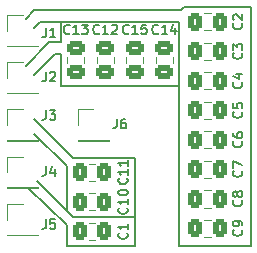
<source format=gto>
G04 #@! TF.GenerationSoftware,KiCad,Pcbnew,(7.0.0)*
G04 #@! TF.CreationDate,2023-03-10T18:23:16+01:00*
G04 #@! TF.ProjectId,CapacitorBox0805,43617061-6369-4746-9f72-426f78303830,rev?*
G04 #@! TF.SameCoordinates,Original*
G04 #@! TF.FileFunction,Legend,Top*
G04 #@! TF.FilePolarity,Positive*
%FSLAX46Y46*%
G04 Gerber Fmt 4.6, Leading zero omitted, Abs format (unit mm)*
G04 Created by KiCad (PCBNEW (7.0.0)) date 2023-03-10 18:23:16*
%MOMM*%
%LPD*%
G01*
G04 APERTURE LIST*
G04 Aperture macros list*
%AMRoundRect*
0 Rectangle with rounded corners*
0 $1 Rounding radius*
0 $2 $3 $4 $5 $6 $7 $8 $9 X,Y pos of 4 corners*
0 Add a 4 corners polygon primitive as box body*
4,1,4,$2,$3,$4,$5,$6,$7,$8,$9,$2,$3,0*
0 Add four circle primitives for the rounded corners*
1,1,$1+$1,$2,$3*
1,1,$1+$1,$4,$5*
1,1,$1+$1,$6,$7*
1,1,$1+$1,$8,$9*
0 Add four rect primitives between the rounded corners*
20,1,$1+$1,$2,$3,$4,$5,0*
20,1,$1+$1,$4,$5,$6,$7,0*
20,1,$1+$1,$6,$7,$8,$9,0*
20,1,$1+$1,$8,$9,$2,$3,0*%
G04 Aperture macros list end*
%ADD10C,0.150000*%
%ADD11C,0.120000*%
%ADD12RoundRect,0.250000X-0.337500X-0.475000X0.337500X-0.475000X0.337500X0.475000X-0.337500X0.475000X0*%
%ADD13RoundRect,0.250000X-0.475000X0.337500X-0.475000X-0.337500X0.475000X-0.337500X0.475000X0.337500X0*%
%ADD14R,1.700000X1.700000*%
G04 #@! TA.AperFunction,Profile*
%ADD15C,0.100000*%
G04 #@! TD*
G04 APERTURE END LIST*
D10*
X105250000Y-104000000D02*
X103250000Y-106000000D01*
X122300000Y-101000000D02*
X116700000Y-101000000D01*
X112500000Y-121250000D02*
X106750000Y-121250000D01*
X116400000Y-101250000D02*
X116700000Y-101000000D01*
X107250000Y-118750000D02*
X112500000Y-118750000D01*
X106750000Y-114500000D02*
X106750000Y-118250000D01*
X104000000Y-101250000D02*
X103250000Y-102000000D01*
X106250000Y-104000000D02*
X105250000Y-104000000D01*
X106750000Y-118250000D02*
X104250000Y-115750000D01*
X112500000Y-118750000D02*
X112500000Y-113750000D01*
X122300000Y-121250000D02*
X116250000Y-121250000D01*
X106750000Y-114500000D02*
X104000000Y-111750000D01*
X106750000Y-119500000D02*
X103500000Y-116330000D01*
X122300000Y-101000000D02*
X122300000Y-121250000D01*
X106250000Y-105000000D02*
X106250000Y-107700000D01*
X106250000Y-102250000D02*
X104500000Y-102250000D01*
X106750000Y-118250000D02*
X107250000Y-118750000D01*
X106750000Y-121250000D02*
X106750000Y-119500000D01*
X112500000Y-113750000D02*
X107250000Y-113750000D01*
X116250000Y-107700000D02*
X106250000Y-107700000D01*
X107250000Y-113750000D02*
X104000000Y-110500000D01*
X116250000Y-102250000D02*
X116250000Y-121250000D01*
X106250000Y-102250000D02*
X116250000Y-102250000D01*
X104500000Y-102250000D02*
X104000000Y-102750000D01*
X105750000Y-105000000D02*
X104000000Y-106750000D01*
X106250000Y-104000000D02*
X106250000Y-102250000D01*
X116400000Y-101250000D02*
X104000000Y-101250000D01*
X106250000Y-105000000D02*
X105750000Y-105000000D01*
X112500000Y-118750000D02*
X112500000Y-121250000D01*
X121542714Y-119883332D02*
X121580809Y-119921428D01*
X121580809Y-119921428D02*
X121618904Y-120035713D01*
X121618904Y-120035713D02*
X121618904Y-120111904D01*
X121618904Y-120111904D02*
X121580809Y-120226190D01*
X121580809Y-120226190D02*
X121504619Y-120302380D01*
X121504619Y-120302380D02*
X121428428Y-120340475D01*
X121428428Y-120340475D02*
X121276047Y-120378571D01*
X121276047Y-120378571D02*
X121161761Y-120378571D01*
X121161761Y-120378571D02*
X121009380Y-120340475D01*
X121009380Y-120340475D02*
X120933190Y-120302380D01*
X120933190Y-120302380D02*
X120857000Y-120226190D01*
X120857000Y-120226190D02*
X120818904Y-120111904D01*
X120818904Y-120111904D02*
X120818904Y-120035713D01*
X120818904Y-120035713D02*
X120857000Y-119921428D01*
X120857000Y-119921428D02*
X120895095Y-119883332D01*
X121618904Y-119502380D02*
X121618904Y-119349999D01*
X121618904Y-119349999D02*
X121580809Y-119273809D01*
X121580809Y-119273809D02*
X121542714Y-119235713D01*
X121542714Y-119235713D02*
X121428428Y-119159523D01*
X121428428Y-119159523D02*
X121276047Y-119121428D01*
X121276047Y-119121428D02*
X120971285Y-119121428D01*
X120971285Y-119121428D02*
X120895095Y-119159523D01*
X120895095Y-119159523D02*
X120857000Y-119197618D01*
X120857000Y-119197618D02*
X120818904Y-119273809D01*
X120818904Y-119273809D02*
X120818904Y-119426190D01*
X120818904Y-119426190D02*
X120857000Y-119502380D01*
X120857000Y-119502380D02*
X120895095Y-119540475D01*
X120895095Y-119540475D02*
X120971285Y-119578571D01*
X120971285Y-119578571D02*
X121161761Y-119578571D01*
X121161761Y-119578571D02*
X121237952Y-119540475D01*
X121237952Y-119540475D02*
X121276047Y-119502380D01*
X121276047Y-119502380D02*
X121314142Y-119426190D01*
X121314142Y-119426190D02*
X121314142Y-119273809D01*
X121314142Y-119273809D02*
X121276047Y-119197618D01*
X121276047Y-119197618D02*
X121237952Y-119159523D01*
X121237952Y-119159523D02*
X121161761Y-119121428D01*
X121542714Y-117383332D02*
X121580809Y-117421428D01*
X121580809Y-117421428D02*
X121618904Y-117535713D01*
X121618904Y-117535713D02*
X121618904Y-117611904D01*
X121618904Y-117611904D02*
X121580809Y-117726190D01*
X121580809Y-117726190D02*
X121504619Y-117802380D01*
X121504619Y-117802380D02*
X121428428Y-117840475D01*
X121428428Y-117840475D02*
X121276047Y-117878571D01*
X121276047Y-117878571D02*
X121161761Y-117878571D01*
X121161761Y-117878571D02*
X121009380Y-117840475D01*
X121009380Y-117840475D02*
X120933190Y-117802380D01*
X120933190Y-117802380D02*
X120857000Y-117726190D01*
X120857000Y-117726190D02*
X120818904Y-117611904D01*
X120818904Y-117611904D02*
X120818904Y-117535713D01*
X120818904Y-117535713D02*
X120857000Y-117421428D01*
X120857000Y-117421428D02*
X120895095Y-117383332D01*
X121161761Y-116926190D02*
X121123666Y-117002380D01*
X121123666Y-117002380D02*
X121085571Y-117040475D01*
X121085571Y-117040475D02*
X121009380Y-117078571D01*
X121009380Y-117078571D02*
X120971285Y-117078571D01*
X120971285Y-117078571D02*
X120895095Y-117040475D01*
X120895095Y-117040475D02*
X120857000Y-117002380D01*
X120857000Y-117002380D02*
X120818904Y-116926190D01*
X120818904Y-116926190D02*
X120818904Y-116773809D01*
X120818904Y-116773809D02*
X120857000Y-116697618D01*
X120857000Y-116697618D02*
X120895095Y-116659523D01*
X120895095Y-116659523D02*
X120971285Y-116621428D01*
X120971285Y-116621428D02*
X121009380Y-116621428D01*
X121009380Y-116621428D02*
X121085571Y-116659523D01*
X121085571Y-116659523D02*
X121123666Y-116697618D01*
X121123666Y-116697618D02*
X121161761Y-116773809D01*
X121161761Y-116773809D02*
X121161761Y-116926190D01*
X121161761Y-116926190D02*
X121199857Y-117002380D01*
X121199857Y-117002380D02*
X121237952Y-117040475D01*
X121237952Y-117040475D02*
X121314142Y-117078571D01*
X121314142Y-117078571D02*
X121466523Y-117078571D01*
X121466523Y-117078571D02*
X121542714Y-117040475D01*
X121542714Y-117040475D02*
X121580809Y-117002380D01*
X121580809Y-117002380D02*
X121618904Y-116926190D01*
X121618904Y-116926190D02*
X121618904Y-116773809D01*
X121618904Y-116773809D02*
X121580809Y-116697618D01*
X121580809Y-116697618D02*
X121542714Y-116659523D01*
X121542714Y-116659523D02*
X121466523Y-116621428D01*
X121466523Y-116621428D02*
X121314142Y-116621428D01*
X121314142Y-116621428D02*
X121237952Y-116659523D01*
X121237952Y-116659523D02*
X121199857Y-116697618D01*
X121199857Y-116697618D02*
X121161761Y-116773809D01*
X109485714Y-103217714D02*
X109447618Y-103255809D01*
X109447618Y-103255809D02*
X109333333Y-103293904D01*
X109333333Y-103293904D02*
X109257142Y-103293904D01*
X109257142Y-103293904D02*
X109142856Y-103255809D01*
X109142856Y-103255809D02*
X109066666Y-103179619D01*
X109066666Y-103179619D02*
X109028571Y-103103428D01*
X109028571Y-103103428D02*
X108990475Y-102951047D01*
X108990475Y-102951047D02*
X108990475Y-102836761D01*
X108990475Y-102836761D02*
X109028571Y-102684380D01*
X109028571Y-102684380D02*
X109066666Y-102608190D01*
X109066666Y-102608190D02*
X109142856Y-102532000D01*
X109142856Y-102532000D02*
X109257142Y-102493904D01*
X109257142Y-102493904D02*
X109333333Y-102493904D01*
X109333333Y-102493904D02*
X109447618Y-102532000D01*
X109447618Y-102532000D02*
X109485714Y-102570095D01*
X110247618Y-103293904D02*
X109790475Y-103293904D01*
X110019047Y-103293904D02*
X110019047Y-102493904D01*
X110019047Y-102493904D02*
X109942856Y-102608190D01*
X109942856Y-102608190D02*
X109866666Y-102684380D01*
X109866666Y-102684380D02*
X109790475Y-102722476D01*
X110552380Y-102570095D02*
X110590476Y-102532000D01*
X110590476Y-102532000D02*
X110666666Y-102493904D01*
X110666666Y-102493904D02*
X110857142Y-102493904D01*
X110857142Y-102493904D02*
X110933333Y-102532000D01*
X110933333Y-102532000D02*
X110971428Y-102570095D01*
X110971428Y-102570095D02*
X111009523Y-102646285D01*
X111009523Y-102646285D02*
X111009523Y-102722476D01*
X111009523Y-102722476D02*
X110971428Y-102836761D01*
X110971428Y-102836761D02*
X110514285Y-103293904D01*
X110514285Y-103293904D02*
X111009523Y-103293904D01*
X104983333Y-114493904D02*
X104983333Y-115065333D01*
X104983333Y-115065333D02*
X104945238Y-115179619D01*
X104945238Y-115179619D02*
X104869047Y-115255809D01*
X104869047Y-115255809D02*
X104754762Y-115293904D01*
X104754762Y-115293904D02*
X104678571Y-115293904D01*
X105707143Y-114760571D02*
X105707143Y-115293904D01*
X105516667Y-114455809D02*
X105326190Y-115027238D01*
X105326190Y-115027238D02*
X105821429Y-115027238D01*
X104983333Y-118993904D02*
X104983333Y-119565333D01*
X104983333Y-119565333D02*
X104945238Y-119679619D01*
X104945238Y-119679619D02*
X104869047Y-119755809D01*
X104869047Y-119755809D02*
X104754762Y-119793904D01*
X104754762Y-119793904D02*
X104678571Y-119793904D01*
X105745238Y-118993904D02*
X105364286Y-118993904D01*
X105364286Y-118993904D02*
X105326190Y-119374857D01*
X105326190Y-119374857D02*
X105364286Y-119336761D01*
X105364286Y-119336761D02*
X105440476Y-119298666D01*
X105440476Y-119298666D02*
X105630952Y-119298666D01*
X105630952Y-119298666D02*
X105707143Y-119336761D01*
X105707143Y-119336761D02*
X105745238Y-119374857D01*
X105745238Y-119374857D02*
X105783333Y-119451047D01*
X105783333Y-119451047D02*
X105783333Y-119641523D01*
X105783333Y-119641523D02*
X105745238Y-119717714D01*
X105745238Y-119717714D02*
X105707143Y-119755809D01*
X105707143Y-119755809D02*
X105630952Y-119793904D01*
X105630952Y-119793904D02*
X105440476Y-119793904D01*
X105440476Y-119793904D02*
X105364286Y-119755809D01*
X105364286Y-119755809D02*
X105326190Y-119717714D01*
X111985714Y-103217714D02*
X111947618Y-103255809D01*
X111947618Y-103255809D02*
X111833333Y-103293904D01*
X111833333Y-103293904D02*
X111757142Y-103293904D01*
X111757142Y-103293904D02*
X111642856Y-103255809D01*
X111642856Y-103255809D02*
X111566666Y-103179619D01*
X111566666Y-103179619D02*
X111528571Y-103103428D01*
X111528571Y-103103428D02*
X111490475Y-102951047D01*
X111490475Y-102951047D02*
X111490475Y-102836761D01*
X111490475Y-102836761D02*
X111528571Y-102684380D01*
X111528571Y-102684380D02*
X111566666Y-102608190D01*
X111566666Y-102608190D02*
X111642856Y-102532000D01*
X111642856Y-102532000D02*
X111757142Y-102493904D01*
X111757142Y-102493904D02*
X111833333Y-102493904D01*
X111833333Y-102493904D02*
X111947618Y-102532000D01*
X111947618Y-102532000D02*
X111985714Y-102570095D01*
X112747618Y-103293904D02*
X112290475Y-103293904D01*
X112519047Y-103293904D02*
X112519047Y-102493904D01*
X112519047Y-102493904D02*
X112442856Y-102608190D01*
X112442856Y-102608190D02*
X112366666Y-102684380D01*
X112366666Y-102684380D02*
X112290475Y-102722476D01*
X113471428Y-102493904D02*
X113090476Y-102493904D01*
X113090476Y-102493904D02*
X113052380Y-102874857D01*
X113052380Y-102874857D02*
X113090476Y-102836761D01*
X113090476Y-102836761D02*
X113166666Y-102798666D01*
X113166666Y-102798666D02*
X113357142Y-102798666D01*
X113357142Y-102798666D02*
X113433333Y-102836761D01*
X113433333Y-102836761D02*
X113471428Y-102874857D01*
X113471428Y-102874857D02*
X113509523Y-102951047D01*
X113509523Y-102951047D02*
X113509523Y-103141523D01*
X113509523Y-103141523D02*
X113471428Y-103217714D01*
X113471428Y-103217714D02*
X113433333Y-103255809D01*
X113433333Y-103255809D02*
X113357142Y-103293904D01*
X113357142Y-103293904D02*
X113166666Y-103293904D01*
X113166666Y-103293904D02*
X113090476Y-103255809D01*
X113090476Y-103255809D02*
X113052380Y-103217714D01*
X106985714Y-103217714D02*
X106947618Y-103255809D01*
X106947618Y-103255809D02*
X106833333Y-103293904D01*
X106833333Y-103293904D02*
X106757142Y-103293904D01*
X106757142Y-103293904D02*
X106642856Y-103255809D01*
X106642856Y-103255809D02*
X106566666Y-103179619D01*
X106566666Y-103179619D02*
X106528571Y-103103428D01*
X106528571Y-103103428D02*
X106490475Y-102951047D01*
X106490475Y-102951047D02*
X106490475Y-102836761D01*
X106490475Y-102836761D02*
X106528571Y-102684380D01*
X106528571Y-102684380D02*
X106566666Y-102608190D01*
X106566666Y-102608190D02*
X106642856Y-102532000D01*
X106642856Y-102532000D02*
X106757142Y-102493904D01*
X106757142Y-102493904D02*
X106833333Y-102493904D01*
X106833333Y-102493904D02*
X106947618Y-102532000D01*
X106947618Y-102532000D02*
X106985714Y-102570095D01*
X107747618Y-103293904D02*
X107290475Y-103293904D01*
X107519047Y-103293904D02*
X107519047Y-102493904D01*
X107519047Y-102493904D02*
X107442856Y-102608190D01*
X107442856Y-102608190D02*
X107366666Y-102684380D01*
X107366666Y-102684380D02*
X107290475Y-102722476D01*
X108014285Y-102493904D02*
X108509523Y-102493904D01*
X108509523Y-102493904D02*
X108242857Y-102798666D01*
X108242857Y-102798666D02*
X108357142Y-102798666D01*
X108357142Y-102798666D02*
X108433333Y-102836761D01*
X108433333Y-102836761D02*
X108471428Y-102874857D01*
X108471428Y-102874857D02*
X108509523Y-102951047D01*
X108509523Y-102951047D02*
X108509523Y-103141523D01*
X108509523Y-103141523D02*
X108471428Y-103217714D01*
X108471428Y-103217714D02*
X108433333Y-103255809D01*
X108433333Y-103255809D02*
X108357142Y-103293904D01*
X108357142Y-103293904D02*
X108128571Y-103293904D01*
X108128571Y-103293904D02*
X108052380Y-103255809D01*
X108052380Y-103255809D02*
X108014285Y-103217714D01*
X104983333Y-102743904D02*
X104983333Y-103315333D01*
X104983333Y-103315333D02*
X104945238Y-103429619D01*
X104945238Y-103429619D02*
X104869047Y-103505809D01*
X104869047Y-103505809D02*
X104754762Y-103543904D01*
X104754762Y-103543904D02*
X104678571Y-103543904D01*
X105783333Y-103543904D02*
X105326190Y-103543904D01*
X105554762Y-103543904D02*
X105554762Y-102743904D01*
X105554762Y-102743904D02*
X105478571Y-102858190D01*
X105478571Y-102858190D02*
X105402381Y-102934380D01*
X105402381Y-102934380D02*
X105326190Y-102972476D01*
X110983333Y-110493904D02*
X110983333Y-111065333D01*
X110983333Y-111065333D02*
X110945238Y-111179619D01*
X110945238Y-111179619D02*
X110869047Y-111255809D01*
X110869047Y-111255809D02*
X110754762Y-111293904D01*
X110754762Y-111293904D02*
X110678571Y-111293904D01*
X111707143Y-110493904D02*
X111554762Y-110493904D01*
X111554762Y-110493904D02*
X111478571Y-110532000D01*
X111478571Y-110532000D02*
X111440476Y-110570095D01*
X111440476Y-110570095D02*
X111364286Y-110684380D01*
X111364286Y-110684380D02*
X111326190Y-110836761D01*
X111326190Y-110836761D02*
X111326190Y-111141523D01*
X111326190Y-111141523D02*
X111364286Y-111217714D01*
X111364286Y-111217714D02*
X111402381Y-111255809D01*
X111402381Y-111255809D02*
X111478571Y-111293904D01*
X111478571Y-111293904D02*
X111630952Y-111293904D01*
X111630952Y-111293904D02*
X111707143Y-111255809D01*
X111707143Y-111255809D02*
X111745238Y-111217714D01*
X111745238Y-111217714D02*
X111783333Y-111141523D01*
X111783333Y-111141523D02*
X111783333Y-110951047D01*
X111783333Y-110951047D02*
X111745238Y-110874857D01*
X111745238Y-110874857D02*
X111707143Y-110836761D01*
X111707143Y-110836761D02*
X111630952Y-110798666D01*
X111630952Y-110798666D02*
X111478571Y-110798666D01*
X111478571Y-110798666D02*
X111402381Y-110836761D01*
X111402381Y-110836761D02*
X111364286Y-110874857D01*
X111364286Y-110874857D02*
X111326190Y-110951047D01*
X111817714Y-118014285D02*
X111855809Y-118052381D01*
X111855809Y-118052381D02*
X111893904Y-118166666D01*
X111893904Y-118166666D02*
X111893904Y-118242857D01*
X111893904Y-118242857D02*
X111855809Y-118357143D01*
X111855809Y-118357143D02*
X111779619Y-118433333D01*
X111779619Y-118433333D02*
X111703428Y-118471428D01*
X111703428Y-118471428D02*
X111551047Y-118509524D01*
X111551047Y-118509524D02*
X111436761Y-118509524D01*
X111436761Y-118509524D02*
X111284380Y-118471428D01*
X111284380Y-118471428D02*
X111208190Y-118433333D01*
X111208190Y-118433333D02*
X111132000Y-118357143D01*
X111132000Y-118357143D02*
X111093904Y-118242857D01*
X111093904Y-118242857D02*
X111093904Y-118166666D01*
X111093904Y-118166666D02*
X111132000Y-118052381D01*
X111132000Y-118052381D02*
X111170095Y-118014285D01*
X111893904Y-117252381D02*
X111893904Y-117709524D01*
X111893904Y-117480952D02*
X111093904Y-117480952D01*
X111093904Y-117480952D02*
X111208190Y-117557143D01*
X111208190Y-117557143D02*
X111284380Y-117633333D01*
X111284380Y-117633333D02*
X111322476Y-117709524D01*
X111093904Y-116757142D02*
X111093904Y-116680952D01*
X111093904Y-116680952D02*
X111132000Y-116604761D01*
X111132000Y-116604761D02*
X111170095Y-116566666D01*
X111170095Y-116566666D02*
X111246285Y-116528571D01*
X111246285Y-116528571D02*
X111398666Y-116490476D01*
X111398666Y-116490476D02*
X111589142Y-116490476D01*
X111589142Y-116490476D02*
X111741523Y-116528571D01*
X111741523Y-116528571D02*
X111817714Y-116566666D01*
X111817714Y-116566666D02*
X111855809Y-116604761D01*
X111855809Y-116604761D02*
X111893904Y-116680952D01*
X111893904Y-116680952D02*
X111893904Y-116757142D01*
X111893904Y-116757142D02*
X111855809Y-116833333D01*
X111855809Y-116833333D02*
X111817714Y-116871428D01*
X111817714Y-116871428D02*
X111741523Y-116909523D01*
X111741523Y-116909523D02*
X111589142Y-116947619D01*
X111589142Y-116947619D02*
X111398666Y-116947619D01*
X111398666Y-116947619D02*
X111246285Y-116909523D01*
X111246285Y-116909523D02*
X111170095Y-116871428D01*
X111170095Y-116871428D02*
X111132000Y-116833333D01*
X111132000Y-116833333D02*
X111093904Y-116757142D01*
X114485714Y-103217714D02*
X114447618Y-103255809D01*
X114447618Y-103255809D02*
X114333333Y-103293904D01*
X114333333Y-103293904D02*
X114257142Y-103293904D01*
X114257142Y-103293904D02*
X114142856Y-103255809D01*
X114142856Y-103255809D02*
X114066666Y-103179619D01*
X114066666Y-103179619D02*
X114028571Y-103103428D01*
X114028571Y-103103428D02*
X113990475Y-102951047D01*
X113990475Y-102951047D02*
X113990475Y-102836761D01*
X113990475Y-102836761D02*
X114028571Y-102684380D01*
X114028571Y-102684380D02*
X114066666Y-102608190D01*
X114066666Y-102608190D02*
X114142856Y-102532000D01*
X114142856Y-102532000D02*
X114257142Y-102493904D01*
X114257142Y-102493904D02*
X114333333Y-102493904D01*
X114333333Y-102493904D02*
X114447618Y-102532000D01*
X114447618Y-102532000D02*
X114485714Y-102570095D01*
X115247618Y-103293904D02*
X114790475Y-103293904D01*
X115019047Y-103293904D02*
X115019047Y-102493904D01*
X115019047Y-102493904D02*
X114942856Y-102608190D01*
X114942856Y-102608190D02*
X114866666Y-102684380D01*
X114866666Y-102684380D02*
X114790475Y-102722476D01*
X115933333Y-102760571D02*
X115933333Y-103293904D01*
X115742857Y-102455809D02*
X115552380Y-103027238D01*
X115552380Y-103027238D02*
X116047619Y-103027238D01*
X121542714Y-114883332D02*
X121580809Y-114921428D01*
X121580809Y-114921428D02*
X121618904Y-115035713D01*
X121618904Y-115035713D02*
X121618904Y-115111904D01*
X121618904Y-115111904D02*
X121580809Y-115226190D01*
X121580809Y-115226190D02*
X121504619Y-115302380D01*
X121504619Y-115302380D02*
X121428428Y-115340475D01*
X121428428Y-115340475D02*
X121276047Y-115378571D01*
X121276047Y-115378571D02*
X121161761Y-115378571D01*
X121161761Y-115378571D02*
X121009380Y-115340475D01*
X121009380Y-115340475D02*
X120933190Y-115302380D01*
X120933190Y-115302380D02*
X120857000Y-115226190D01*
X120857000Y-115226190D02*
X120818904Y-115111904D01*
X120818904Y-115111904D02*
X120818904Y-115035713D01*
X120818904Y-115035713D02*
X120857000Y-114921428D01*
X120857000Y-114921428D02*
X120895095Y-114883332D01*
X120818904Y-114616666D02*
X120818904Y-114083332D01*
X120818904Y-114083332D02*
X121618904Y-114426190D01*
X121542714Y-104883332D02*
X121580809Y-104921428D01*
X121580809Y-104921428D02*
X121618904Y-105035713D01*
X121618904Y-105035713D02*
X121618904Y-105111904D01*
X121618904Y-105111904D02*
X121580809Y-105226190D01*
X121580809Y-105226190D02*
X121504619Y-105302380D01*
X121504619Y-105302380D02*
X121428428Y-105340475D01*
X121428428Y-105340475D02*
X121276047Y-105378571D01*
X121276047Y-105378571D02*
X121161761Y-105378571D01*
X121161761Y-105378571D02*
X121009380Y-105340475D01*
X121009380Y-105340475D02*
X120933190Y-105302380D01*
X120933190Y-105302380D02*
X120857000Y-105226190D01*
X120857000Y-105226190D02*
X120818904Y-105111904D01*
X120818904Y-105111904D02*
X120818904Y-105035713D01*
X120818904Y-105035713D02*
X120857000Y-104921428D01*
X120857000Y-104921428D02*
X120895095Y-104883332D01*
X120818904Y-104616666D02*
X120818904Y-104121428D01*
X120818904Y-104121428D02*
X121123666Y-104388094D01*
X121123666Y-104388094D02*
X121123666Y-104273809D01*
X121123666Y-104273809D02*
X121161761Y-104197618D01*
X121161761Y-104197618D02*
X121199857Y-104159523D01*
X121199857Y-104159523D02*
X121276047Y-104121428D01*
X121276047Y-104121428D02*
X121466523Y-104121428D01*
X121466523Y-104121428D02*
X121542714Y-104159523D01*
X121542714Y-104159523D02*
X121580809Y-104197618D01*
X121580809Y-104197618D02*
X121618904Y-104273809D01*
X121618904Y-104273809D02*
X121618904Y-104502380D01*
X121618904Y-104502380D02*
X121580809Y-104578571D01*
X121580809Y-104578571D02*
X121542714Y-104616666D01*
X104983333Y-109743904D02*
X104983333Y-110315333D01*
X104983333Y-110315333D02*
X104945238Y-110429619D01*
X104945238Y-110429619D02*
X104869047Y-110505809D01*
X104869047Y-110505809D02*
X104754762Y-110543904D01*
X104754762Y-110543904D02*
X104678571Y-110543904D01*
X105288095Y-109743904D02*
X105783333Y-109743904D01*
X105783333Y-109743904D02*
X105516667Y-110048666D01*
X105516667Y-110048666D02*
X105630952Y-110048666D01*
X105630952Y-110048666D02*
X105707143Y-110086761D01*
X105707143Y-110086761D02*
X105745238Y-110124857D01*
X105745238Y-110124857D02*
X105783333Y-110201047D01*
X105783333Y-110201047D02*
X105783333Y-110391523D01*
X105783333Y-110391523D02*
X105745238Y-110467714D01*
X105745238Y-110467714D02*
X105707143Y-110505809D01*
X105707143Y-110505809D02*
X105630952Y-110543904D01*
X105630952Y-110543904D02*
X105402381Y-110543904D01*
X105402381Y-110543904D02*
X105326190Y-110505809D01*
X105326190Y-110505809D02*
X105288095Y-110467714D01*
X121542714Y-107383332D02*
X121580809Y-107421428D01*
X121580809Y-107421428D02*
X121618904Y-107535713D01*
X121618904Y-107535713D02*
X121618904Y-107611904D01*
X121618904Y-107611904D02*
X121580809Y-107726190D01*
X121580809Y-107726190D02*
X121504619Y-107802380D01*
X121504619Y-107802380D02*
X121428428Y-107840475D01*
X121428428Y-107840475D02*
X121276047Y-107878571D01*
X121276047Y-107878571D02*
X121161761Y-107878571D01*
X121161761Y-107878571D02*
X121009380Y-107840475D01*
X121009380Y-107840475D02*
X120933190Y-107802380D01*
X120933190Y-107802380D02*
X120857000Y-107726190D01*
X120857000Y-107726190D02*
X120818904Y-107611904D01*
X120818904Y-107611904D02*
X120818904Y-107535713D01*
X120818904Y-107535713D02*
X120857000Y-107421428D01*
X120857000Y-107421428D02*
X120895095Y-107383332D01*
X121085571Y-106697618D02*
X121618904Y-106697618D01*
X120780809Y-106888094D02*
X121352238Y-107078571D01*
X121352238Y-107078571D02*
X121352238Y-106583332D01*
X121542714Y-102383332D02*
X121580809Y-102421428D01*
X121580809Y-102421428D02*
X121618904Y-102535713D01*
X121618904Y-102535713D02*
X121618904Y-102611904D01*
X121618904Y-102611904D02*
X121580809Y-102726190D01*
X121580809Y-102726190D02*
X121504619Y-102802380D01*
X121504619Y-102802380D02*
X121428428Y-102840475D01*
X121428428Y-102840475D02*
X121276047Y-102878571D01*
X121276047Y-102878571D02*
X121161761Y-102878571D01*
X121161761Y-102878571D02*
X121009380Y-102840475D01*
X121009380Y-102840475D02*
X120933190Y-102802380D01*
X120933190Y-102802380D02*
X120857000Y-102726190D01*
X120857000Y-102726190D02*
X120818904Y-102611904D01*
X120818904Y-102611904D02*
X120818904Y-102535713D01*
X120818904Y-102535713D02*
X120857000Y-102421428D01*
X120857000Y-102421428D02*
X120895095Y-102383332D01*
X120895095Y-102078571D02*
X120857000Y-102040475D01*
X120857000Y-102040475D02*
X120818904Y-101964285D01*
X120818904Y-101964285D02*
X120818904Y-101773809D01*
X120818904Y-101773809D02*
X120857000Y-101697618D01*
X120857000Y-101697618D02*
X120895095Y-101659523D01*
X120895095Y-101659523D02*
X120971285Y-101621428D01*
X120971285Y-101621428D02*
X121047476Y-101621428D01*
X121047476Y-101621428D02*
X121161761Y-101659523D01*
X121161761Y-101659523D02*
X121618904Y-102116666D01*
X121618904Y-102116666D02*
X121618904Y-101621428D01*
X121542714Y-112383332D02*
X121580809Y-112421428D01*
X121580809Y-112421428D02*
X121618904Y-112535713D01*
X121618904Y-112535713D02*
X121618904Y-112611904D01*
X121618904Y-112611904D02*
X121580809Y-112726190D01*
X121580809Y-112726190D02*
X121504619Y-112802380D01*
X121504619Y-112802380D02*
X121428428Y-112840475D01*
X121428428Y-112840475D02*
X121276047Y-112878571D01*
X121276047Y-112878571D02*
X121161761Y-112878571D01*
X121161761Y-112878571D02*
X121009380Y-112840475D01*
X121009380Y-112840475D02*
X120933190Y-112802380D01*
X120933190Y-112802380D02*
X120857000Y-112726190D01*
X120857000Y-112726190D02*
X120818904Y-112611904D01*
X120818904Y-112611904D02*
X120818904Y-112535713D01*
X120818904Y-112535713D02*
X120857000Y-112421428D01*
X120857000Y-112421428D02*
X120895095Y-112383332D01*
X120818904Y-111697618D02*
X120818904Y-111849999D01*
X120818904Y-111849999D02*
X120857000Y-111926190D01*
X120857000Y-111926190D02*
X120895095Y-111964285D01*
X120895095Y-111964285D02*
X121009380Y-112040475D01*
X121009380Y-112040475D02*
X121161761Y-112078571D01*
X121161761Y-112078571D02*
X121466523Y-112078571D01*
X121466523Y-112078571D02*
X121542714Y-112040475D01*
X121542714Y-112040475D02*
X121580809Y-112002380D01*
X121580809Y-112002380D02*
X121618904Y-111926190D01*
X121618904Y-111926190D02*
X121618904Y-111773809D01*
X121618904Y-111773809D02*
X121580809Y-111697618D01*
X121580809Y-111697618D02*
X121542714Y-111659523D01*
X121542714Y-111659523D02*
X121466523Y-111621428D01*
X121466523Y-111621428D02*
X121276047Y-111621428D01*
X121276047Y-111621428D02*
X121199857Y-111659523D01*
X121199857Y-111659523D02*
X121161761Y-111697618D01*
X121161761Y-111697618D02*
X121123666Y-111773809D01*
X121123666Y-111773809D02*
X121123666Y-111926190D01*
X121123666Y-111926190D02*
X121161761Y-112002380D01*
X121161761Y-112002380D02*
X121199857Y-112040475D01*
X121199857Y-112040475D02*
X121276047Y-112078571D01*
X111817714Y-115514285D02*
X111855809Y-115552381D01*
X111855809Y-115552381D02*
X111893904Y-115666666D01*
X111893904Y-115666666D02*
X111893904Y-115742857D01*
X111893904Y-115742857D02*
X111855809Y-115857143D01*
X111855809Y-115857143D02*
X111779619Y-115933333D01*
X111779619Y-115933333D02*
X111703428Y-115971428D01*
X111703428Y-115971428D02*
X111551047Y-116009524D01*
X111551047Y-116009524D02*
X111436761Y-116009524D01*
X111436761Y-116009524D02*
X111284380Y-115971428D01*
X111284380Y-115971428D02*
X111208190Y-115933333D01*
X111208190Y-115933333D02*
X111132000Y-115857143D01*
X111132000Y-115857143D02*
X111093904Y-115742857D01*
X111093904Y-115742857D02*
X111093904Y-115666666D01*
X111093904Y-115666666D02*
X111132000Y-115552381D01*
X111132000Y-115552381D02*
X111170095Y-115514285D01*
X111893904Y-114752381D02*
X111893904Y-115209524D01*
X111893904Y-114980952D02*
X111093904Y-114980952D01*
X111093904Y-114980952D02*
X111208190Y-115057143D01*
X111208190Y-115057143D02*
X111284380Y-115133333D01*
X111284380Y-115133333D02*
X111322476Y-115209524D01*
X111893904Y-113990476D02*
X111893904Y-114447619D01*
X111893904Y-114219047D02*
X111093904Y-114219047D01*
X111093904Y-114219047D02*
X111208190Y-114295238D01*
X111208190Y-114295238D02*
X111284380Y-114371428D01*
X111284380Y-114371428D02*
X111322476Y-114447619D01*
X104983333Y-106493904D02*
X104983333Y-107065333D01*
X104983333Y-107065333D02*
X104945238Y-107179619D01*
X104945238Y-107179619D02*
X104869047Y-107255809D01*
X104869047Y-107255809D02*
X104754762Y-107293904D01*
X104754762Y-107293904D02*
X104678571Y-107293904D01*
X105326190Y-106570095D02*
X105364286Y-106532000D01*
X105364286Y-106532000D02*
X105440476Y-106493904D01*
X105440476Y-106493904D02*
X105630952Y-106493904D01*
X105630952Y-106493904D02*
X105707143Y-106532000D01*
X105707143Y-106532000D02*
X105745238Y-106570095D01*
X105745238Y-106570095D02*
X105783333Y-106646285D01*
X105783333Y-106646285D02*
X105783333Y-106722476D01*
X105783333Y-106722476D02*
X105745238Y-106836761D01*
X105745238Y-106836761D02*
X105288095Y-107293904D01*
X105288095Y-107293904D02*
X105783333Y-107293904D01*
X121542714Y-109883332D02*
X121580809Y-109921428D01*
X121580809Y-109921428D02*
X121618904Y-110035713D01*
X121618904Y-110035713D02*
X121618904Y-110111904D01*
X121618904Y-110111904D02*
X121580809Y-110226190D01*
X121580809Y-110226190D02*
X121504619Y-110302380D01*
X121504619Y-110302380D02*
X121428428Y-110340475D01*
X121428428Y-110340475D02*
X121276047Y-110378571D01*
X121276047Y-110378571D02*
X121161761Y-110378571D01*
X121161761Y-110378571D02*
X121009380Y-110340475D01*
X121009380Y-110340475D02*
X120933190Y-110302380D01*
X120933190Y-110302380D02*
X120857000Y-110226190D01*
X120857000Y-110226190D02*
X120818904Y-110111904D01*
X120818904Y-110111904D02*
X120818904Y-110035713D01*
X120818904Y-110035713D02*
X120857000Y-109921428D01*
X120857000Y-109921428D02*
X120895095Y-109883332D01*
X120818904Y-109159523D02*
X120818904Y-109540475D01*
X120818904Y-109540475D02*
X121199857Y-109578571D01*
X121199857Y-109578571D02*
X121161761Y-109540475D01*
X121161761Y-109540475D02*
X121123666Y-109464285D01*
X121123666Y-109464285D02*
X121123666Y-109273809D01*
X121123666Y-109273809D02*
X121161761Y-109197618D01*
X121161761Y-109197618D02*
X121199857Y-109159523D01*
X121199857Y-109159523D02*
X121276047Y-109121428D01*
X121276047Y-109121428D02*
X121466523Y-109121428D01*
X121466523Y-109121428D02*
X121542714Y-109159523D01*
X121542714Y-109159523D02*
X121580809Y-109197618D01*
X121580809Y-109197618D02*
X121618904Y-109273809D01*
X121618904Y-109273809D02*
X121618904Y-109464285D01*
X121618904Y-109464285D02*
X121580809Y-109540475D01*
X121580809Y-109540475D02*
X121542714Y-109578571D01*
X111817714Y-120133332D02*
X111855809Y-120171428D01*
X111855809Y-120171428D02*
X111893904Y-120285713D01*
X111893904Y-120285713D02*
X111893904Y-120361904D01*
X111893904Y-120361904D02*
X111855809Y-120476190D01*
X111855809Y-120476190D02*
X111779619Y-120552380D01*
X111779619Y-120552380D02*
X111703428Y-120590475D01*
X111703428Y-120590475D02*
X111551047Y-120628571D01*
X111551047Y-120628571D02*
X111436761Y-120628571D01*
X111436761Y-120628571D02*
X111284380Y-120590475D01*
X111284380Y-120590475D02*
X111208190Y-120552380D01*
X111208190Y-120552380D02*
X111132000Y-120476190D01*
X111132000Y-120476190D02*
X111093904Y-120361904D01*
X111093904Y-120361904D02*
X111093904Y-120285713D01*
X111093904Y-120285713D02*
X111132000Y-120171428D01*
X111132000Y-120171428D02*
X111170095Y-120133332D01*
X111893904Y-119371428D02*
X111893904Y-119828571D01*
X111893904Y-119599999D02*
X111093904Y-119599999D01*
X111093904Y-119599999D02*
X111208190Y-119676190D01*
X111208190Y-119676190D02*
X111284380Y-119752380D01*
X111284380Y-119752380D02*
X111322476Y-119828571D01*
D11*
X118401248Y-120485000D02*
X118923752Y-120485000D01*
X118401248Y-119015000D02*
X118923752Y-119015000D01*
X118401248Y-117985000D02*
X118923752Y-117985000D01*
X118401248Y-116515000D02*
X118923752Y-116515000D01*
X110735000Y-105238748D02*
X110735000Y-105761252D01*
X109265000Y-105238748D02*
X109265000Y-105761252D01*
X101670000Y-115000000D02*
X101670000Y-113670000D01*
X101670000Y-116330000D02*
X104330000Y-116330000D01*
X104330000Y-116270000D02*
X104330000Y-116330000D01*
X101670000Y-116270000D02*
X104330000Y-116270000D01*
X101670000Y-116270000D02*
X101670000Y-116330000D01*
X101670000Y-113670000D02*
X103000000Y-113670000D01*
X101670000Y-117670000D02*
X103000000Y-117670000D01*
X101670000Y-120330000D02*
X104330000Y-120330000D01*
X101670000Y-120270000D02*
X104330000Y-120270000D01*
X101670000Y-120270000D02*
X101670000Y-120330000D01*
X101670000Y-119000000D02*
X101670000Y-117670000D01*
X104330000Y-120270000D02*
X104330000Y-120330000D01*
X113235000Y-105238748D02*
X113235000Y-105761252D01*
X111765000Y-105238748D02*
X111765000Y-105761252D01*
X108235000Y-105238748D02*
X108235000Y-105761252D01*
X106765000Y-105238748D02*
X106765000Y-105761252D01*
X101670000Y-104270000D02*
X101670000Y-104330000D01*
X101670000Y-104330000D02*
X104330000Y-104330000D01*
X101670000Y-104270000D02*
X104330000Y-104270000D01*
X101670000Y-101670000D02*
X103000000Y-101670000D01*
X104330000Y-104270000D02*
X104330000Y-104330000D01*
X101670000Y-103000000D02*
X101670000Y-101670000D01*
X107670000Y-109670000D02*
X109000000Y-109670000D01*
X107670000Y-111000000D02*
X107670000Y-109670000D01*
X110330000Y-112270000D02*
X110330000Y-112330000D01*
X107670000Y-112270000D02*
X110330000Y-112270000D01*
X107670000Y-112270000D02*
X107670000Y-112330000D01*
X107670000Y-112330000D02*
X110330000Y-112330000D01*
X108638748Y-116765000D02*
X109161252Y-116765000D01*
X108638748Y-118235000D02*
X109161252Y-118235000D01*
X115735000Y-105238748D02*
X115735000Y-105761252D01*
X114265000Y-105238748D02*
X114265000Y-105761252D01*
X118401248Y-114015000D02*
X118923752Y-114015000D01*
X118401248Y-115485000D02*
X118923752Y-115485000D01*
X118401248Y-105485000D02*
X118923752Y-105485000D01*
X118401248Y-104015000D02*
X118923752Y-104015000D01*
X101670000Y-112330000D02*
X104330000Y-112330000D01*
X104330000Y-112270000D02*
X104330000Y-112330000D01*
X101670000Y-112270000D02*
X104330000Y-112270000D01*
X101670000Y-112270000D02*
X101670000Y-112330000D01*
X101670000Y-109670000D02*
X103000000Y-109670000D01*
X101670000Y-111000000D02*
X101670000Y-109670000D01*
X118401248Y-106515000D02*
X118923752Y-106515000D01*
X118401248Y-107985000D02*
X118923752Y-107985000D01*
X118401248Y-102985000D02*
X118923752Y-102985000D01*
X118401248Y-101515000D02*
X118923752Y-101515000D01*
X118401248Y-111515000D02*
X118923752Y-111515000D01*
X118401248Y-112985000D02*
X118923752Y-112985000D01*
X108638748Y-114265000D02*
X109161252Y-114265000D01*
X108638748Y-115735000D02*
X109161252Y-115735000D01*
X101670000Y-107000000D02*
X101670000Y-105670000D01*
X101670000Y-108330000D02*
X104330000Y-108330000D01*
X101670000Y-108270000D02*
X101670000Y-108330000D01*
X104330000Y-108270000D02*
X104330000Y-108330000D01*
X101670000Y-108270000D02*
X104330000Y-108270000D01*
X101670000Y-105670000D02*
X103000000Y-105670000D01*
X118401248Y-110485000D02*
X118923752Y-110485000D01*
X118401248Y-109015000D02*
X118923752Y-109015000D01*
X108638748Y-120735000D02*
X109161252Y-120735000D01*
X108638748Y-119265000D02*
X109161252Y-119265000D01*
%LPC*%
D12*
X117625000Y-119750000D03*
X119700000Y-119750000D03*
X117625000Y-117250000D03*
X119700000Y-117250000D03*
D13*
X110000000Y-104462500D03*
X110000000Y-106537500D03*
D14*
X102999999Y-114999999D03*
X102999999Y-118999999D03*
D13*
X112500000Y-104462500D03*
X112500000Y-106537500D03*
X107500000Y-104462500D03*
X107500000Y-106537500D03*
D14*
X102999999Y-102999999D03*
X108999999Y-110999999D03*
D12*
X107862500Y-117500000D03*
X109937500Y-117500000D03*
D13*
X115000000Y-104462500D03*
X115000000Y-106537500D03*
D12*
X117625000Y-114750000D03*
X119700000Y-114750000D03*
X117625000Y-104750000D03*
X119700000Y-104750000D03*
D14*
X102999999Y-110999999D03*
D12*
X117625000Y-107250000D03*
X119700000Y-107250000D03*
X117625000Y-102250000D03*
X119700000Y-102250000D03*
X117625000Y-112250000D03*
X119700000Y-112250000D03*
X107862500Y-115000000D03*
X109937500Y-115000000D03*
D14*
X102999999Y-106999999D03*
D12*
X117625000Y-109750000D03*
X119700000Y-109750000D03*
X107862500Y-120000000D03*
X109937500Y-120000000D03*
D15*
X101000000Y-100000000D02*
X123000000Y-100000000D01*
X123000000Y-100000000D02*
X123000000Y-122000000D01*
X123000000Y-122000000D02*
X101000000Y-122000000D01*
X101000000Y-100000000D02*
X101000000Y-122000000D01*
M02*

</source>
